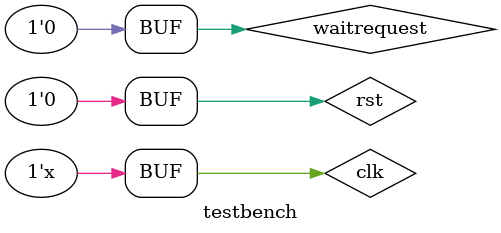
<source format=sv>
/*
 * function : TB to test straight-through connection of master and slave
 * author   : Mohamed S. Abdelfattah
 * date     : 9-JUNE-2015
 */
 
`timescale 1ns/1ps
module testbench();

parameter           WIDTH = 32;
parameter [7:0]        ID =  0;
parameter [7:0]    DST_ID =  1;
parameter      ADDR_WIDTH = 32;


logic clk;
logic rst;

logic                  mdone;
logic      [WIDTH-1:0] writedata;
logic [ADDR_WIDTH-1:0] address;
logic                  write;
logic                  read;
logic      [WIDTH-1:0] readdata;
logic                  readdatavalid;
logic                  waitrequest;

assign waitrequest = 0;

//clocking
initial clk = 1'b1;
always #5 clk = ~clk; 

//reset 
initial begin
    rst = 1'b1;
    #25;
    rst = 1'b0;
end

qsys_master 
#(
	.WIDTH(WIDTH), 
    .ID(ID), 
    .DST_ID(DST_ID), 
    .ADDR_WIDTH(ADDR_WIDTH)  
)
master_inst
(
    .clk(clk),
	.rst(rst),
    .done(mdone),
    
    .writedata(writedata),
    .address(address),
    .write(write),
    .read(read),
    .readdata(readdata),
    .readdatavalid(readdatavalid),
    .waitrequest(waitrequest)
);

qsys_slave
#(
	.WIDTH(WIDTH), 
    .ID(DST_ID), 
    .ADDR_WIDTH(ADDR_WIDTH)  
)
slave_inst
(
    .clk(clk),
	.rst(rst),
    .done(sdone),
    
    .writedata(writedata),
    .address(address),
    .write(write),
    .read(read),
    .readdata(readdata),
    .readdatavalid(readdatavalid)
);

qsys_halt_sim halter
(
	.done(mdone & sdone)
);

endmodule
















</source>
